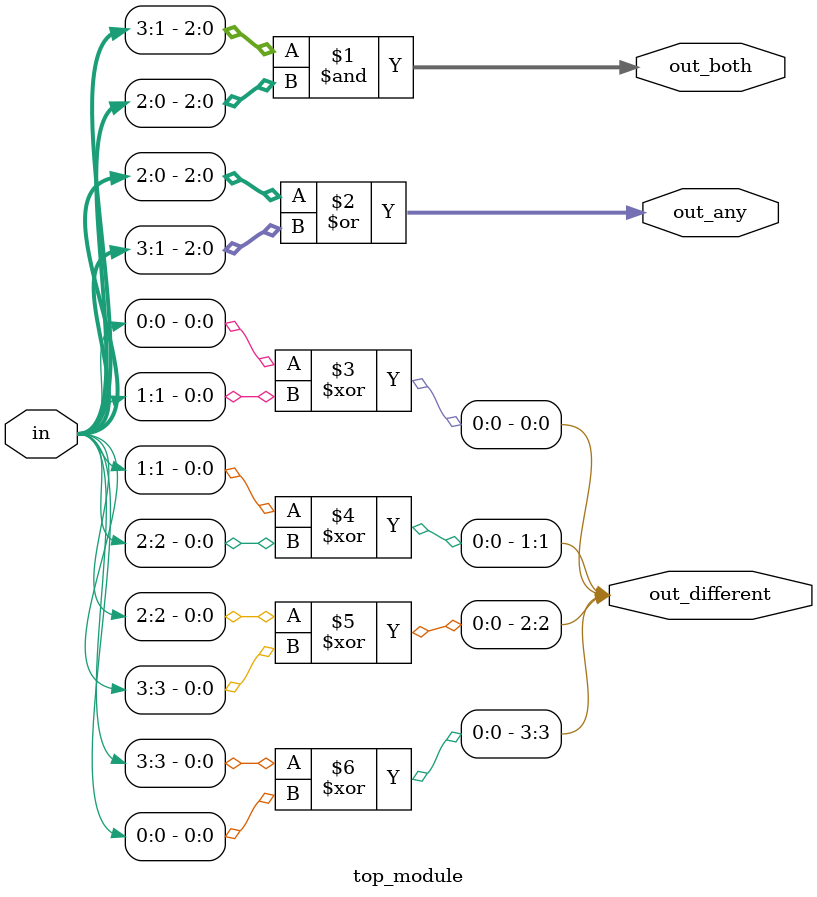
<source format=v>
module top_module( 
    input [3:0] in,
    output [2:0] out_both,
    output [3:1] out_any,
    output [3:0] out_different );
    assign out_both = in[3:1]&in[2:0];
    assign out_any = in[2:0]|in[3:1];
    assign out_different = {in[3]^in[0], in[2]^in[3], in[1]^in[2], in[0]^in[1]};

endmodule

</source>
